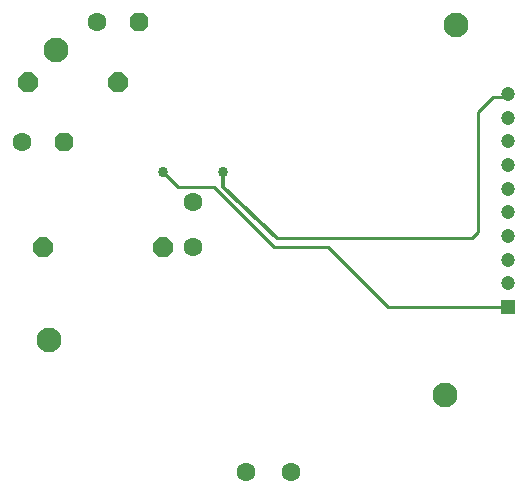
<source format=gbl>
G75*
G70*
%OFA0B0*%
%FSLAX24Y24*%
%IPPOS*%
%LPD*%
%AMOC8*
5,1,8,0,0,1.08239X$1,22.5*
%
%ADD10OC8,0.0630*%
%ADD11C,0.0630*%
%ADD12OC8,0.0660*%
%ADD13R,0.0472X0.0472*%
%ADD14C,0.0472*%
%ADD15C,0.0340*%
%ADD16C,0.0100*%
%ADD17C,0.0120*%
%ADD18C,0.0827*%
D10*
X002850Y011650D03*
X005350Y015650D03*
D11*
X003950Y015650D03*
X001450Y011650D03*
X007150Y009650D03*
X007150Y008150D03*
X008900Y000650D03*
X010400Y000650D03*
D12*
X006150Y008150D03*
X002150Y008150D03*
X001650Y013650D03*
X004650Y013650D03*
D13*
X017650Y006150D03*
D14*
X017650Y006937D03*
X017650Y007725D03*
X017650Y008512D03*
X017650Y009300D03*
X017650Y010087D03*
X017650Y010874D03*
X017650Y011662D03*
X017650Y012449D03*
X017650Y013237D03*
D15*
X008150Y010650D03*
X006150Y010650D03*
D16*
X006650Y010150D01*
X007850Y010150D01*
X009850Y008150D01*
X011650Y008150D01*
X013650Y006150D01*
X017650Y006150D01*
X016450Y008450D02*
X016650Y008650D01*
X016650Y012650D01*
X017150Y013150D01*
X017650Y013150D01*
X017650Y013237D01*
X016450Y008450D02*
X009950Y008450D01*
D17*
X008150Y010150D01*
X008150Y010650D01*
D18*
X002363Y005050D03*
X002588Y014713D03*
X015563Y003225D03*
X015900Y015550D03*
M02*

</source>
